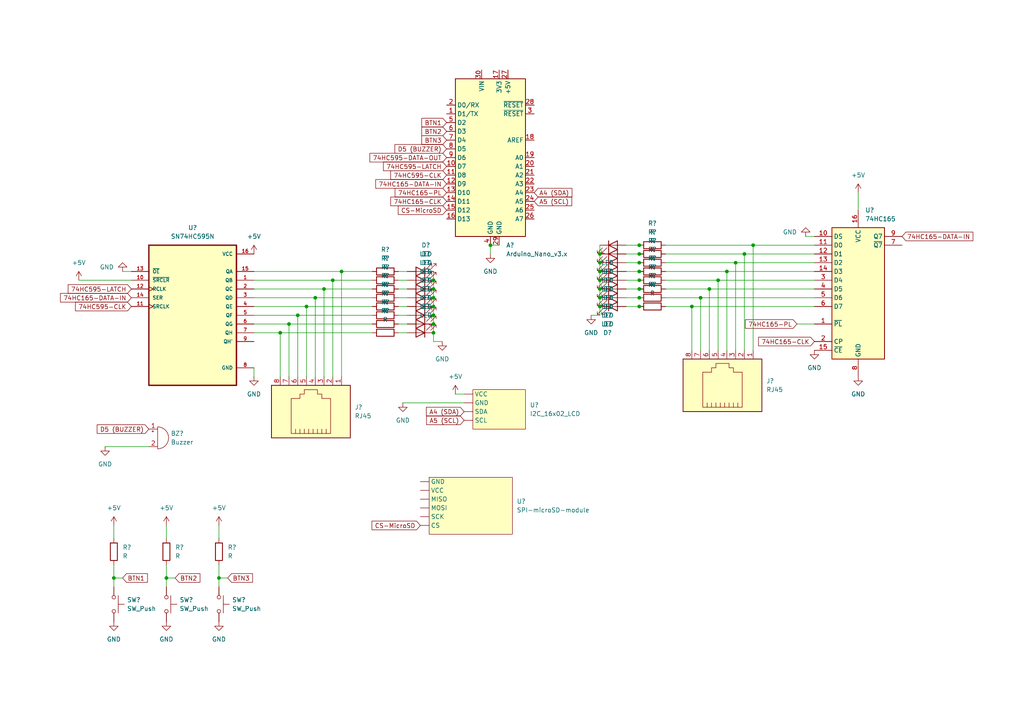
<source format=kicad_sch>
(kicad_sch (version 20211123) (generator eeschema)
  (paper "A4")
  (title_block (title "RJ-45 Tester (by Trifan Bogdan-Cristian)"))
  (lib_symbols
    (symbol "74xx:74HC165"
      (property "Reference" "U" (at -7.62 19.05 0))
      (property "Value" "74HC165" (at -7.62 -21.59 0))
      (symbol "74HC165_1_0"
        (pin input line (at -12.7 -10.16 0) (length 5.08) (name "~{PL}") (number "1"))
        (pin input line (at -12.7 15.24 0) (length 5.08) (name "DS") (number "10"))
        (pin input line (at -12.7 12.7 0) (length 5.08) (name "D0") (number "11"))
        (pin input line (at -12.7 10.16 0) (length 5.08) (name "D1") (number "12"))
        (pin input line (at -12.7 7.62 0) (length 5.08) (name "D2") (number "13"))
        (pin input line (at -12.7 5.08 0) (length 5.08) (name "D3") (number "14"))
        (pin input line (at -12.7 -17.78 0) (length 5.08) (name "~{CE}") (number "15"))
        (pin power_in line (at 0 22.86 270) (length 5.08) (name "VCC") (number "16"))
        (pin input line (at -12.7 -15.24 0) (length 5.08) (name "CP") (number "2"))
        (pin input line (at -12.7 2.54 0) (length 5.08) (name "D4") (number "3"))
        (pin input line (at -12.7 0 0) (length 5.08) (name "D5") (number "4"))
        (pin input line (at -12.7 -2.54 0) (length 5.08) (name "D6") (number "5"))
        (pin input line (at -12.7 -5.08 0) (length 5.08) (name "D7") (number "6"))
        (pin output line (at 12.7 12.7 180) (length 5.08) (name "~{Q7}") (number "7"))
        (pin power_in line (at 0 -25.4 90) (length 5.08) (name "GND") (number "8"))
        (pin output line (at 12.7 15.24 180) (length 5.08) (name "Q7") (number "9"))
      )
      (symbol "74HC165_1_1"
        (rectangle (start -7.62 17.78) (end 7.62 -20.32) (stroke (width 0.254)) (fill (type background)))
      )
    )
    (symbol "Connector:RJ45" (pin_names (offset 1.016))
      (property "Reference" "J" (at -5.08 13.97 0))
      (property "Value" "RJ45" (at 2.54 13.97 0))
      (symbol "RJ45_0_1"
        (polyline (pts (xy -5.08 4.445) (xy -6.35 4.445)))
        (polyline (pts (xy -5.08 5.715) (xy -6.35 5.715)))
        (polyline (pts (xy -6.35 -3.175) (xy -5.08 -3.175) (xy -5.08 -3.175)))
        (polyline (pts (xy -6.35 -1.905) (xy -5.08 -1.905) (xy -5.08 -1.905)))
        (polyline (pts (xy -6.35 -0.635) (xy -5.08 -0.635) (xy -5.08 -0.635)))
        (polyline (pts (xy -6.35 0.635) (xy -5.08 0.635) (xy -5.08 0.635)))
        (polyline (pts (xy -6.35 1.905) (xy -5.08 1.905) (xy -5.08 1.905)))
        (polyline (pts (xy -5.08 3.175) (xy -6.35 3.175) (xy -6.35 3.175)))
        (polyline (pts (xy -6.35 -4.445) (xy -6.35 6.985) (xy 3.81 6.985) (xy 3.81 4.445) (xy 5.08 4.445) (xy 5.08 3.175) (xy 6.35 3.175) (xy 6.35 -0.635) (xy 5.08 -0.635) (xy 5.08 -1.905) (xy 3.81 -1.905) (xy 3.81 -4.445) (xy -6.35 -4.445) (xy -6.35 -4.445)))
        (rectangle (start 7.62 12.7) (end -7.62 -10.16) (stroke (width 0.254)) (fill (type background)))
      )
      (symbol "RJ45_1_1"
        (pin passive line (at 10.16 -7.62 180) (length 2.54) (name "~") (number "1"))
        (pin passive line (at 10.16 -5.08 180) (length 2.54) (name "~") (number "2"))
        (pin passive line (at 10.16 -2.54 180) (length 2.54) (name "~") (number "3"))
        (pin passive line (at 10.16 0 180) (length 2.54) (name "~") (number "4"))
        (pin passive line (at 10.16 2.54 180) (length 2.54) (name "~") (number "5"))
        (pin passive line (at 10.16 5.08 180) (length 2.54) (name "~") (number "6"))
        (pin passive line (at 10.16 7.62 180) (length 2.54) (name "~") (number "7"))
        (pin passive line (at 10.16 10.16 180) (length 2.54) (name "~") (number "8"))
      )
    )
    (symbol "Device:Buzzer" (pin_names (offset 0.0254) hide)
      (property "Reference" "BZ" (at 3.81 1.27 0))
      (property "Value" "Buzzer" (at 3.81 -1.27 0))
      (symbol "Buzzer_0_1"
        (arc (start 0 -3.175) (mid 3.175 0) (end 0 3.175))
        (polyline (pts (xy -1.651 1.905) (xy -1.143 1.905)))
        (polyline (pts (xy -1.397 2.159) (xy -1.397 1.651)))
        (polyline (pts (xy 0 3.175) (xy 0 -3.175)))
      )
      (symbol "Buzzer_1_1"
        (pin passive line (at -2.54 2.54 0) (length 2.54) (name "-") (number "1"))
        (pin passive line (at -2.54 -2.54 0) (length 2.54) (name "+") (number "2"))
      )
    )
    (symbol "Device:LED" (pin_numbers hide) (pin_names (offset 1.016) hide)
      (property "Reference" "D" (at 0 2.54 0))
      (property "Value" "LED" (at 0 -2.54 0))
      (symbol "LED_0_1"
        (polyline (pts (xy -1.27 -1.27) (xy -1.27 1.27)) (stroke (width 0.254)))
        (polyline (pts (xy -1.27 0) (xy 1.27 0)))
        (polyline (pts (xy 1.27 -1.27) (xy 1.27 1.27) (xy -1.27 0) (xy 1.27 -1.27)) (stroke (width 0.254)))
        (polyline (pts (xy -3.048 -0.762) (xy -4.572 -2.286) (xy -3.81 -2.286) (xy -4.572 -2.286) (xy -4.572 -1.524)))
        (polyline (pts (xy -1.778 -0.762) (xy -3.302 -2.286) (xy -2.54 -2.286) (xy -3.302 -2.286) (xy -3.302 -1.524)))
      )
      (symbol "LED_1_1"
        (pin passive line (at -3.81 0 0) (length 2.54) (name "K") (number "1"))
        (pin passive line (at 3.81 0 180) (length 2.54) (name "A") (number "2"))
      )
    )
    (symbol "Device:R" (pin_numbers hide) (pin_names (offset 0))
      (property "Reference" "R" (at 2.032 0 90))
      (property "Value" "R" (at 0 0 90))
      (symbol "R_0_1"
        (rectangle (start -1.016 -2.54) (end 1.016 2.54) (stroke (width 0.254)))
      )
      (symbol "R_1_1"
        (pin passive line (at 0 3.81 270) (length 1.27) (name "~") (number "1"))
        (pin passive line (at 0 -3.81 90) (length 1.27) (name "~") (number "2"))
      )
    )
    (symbol "MCU_Module:Arduino_Nano_v3.x"
      (property "Reference" "A" (at -10.16 23.495 0))
      (property "Value" "Arduino_Nano_v3.x" (at 5.08 -24.13 0))
      (symbol "Arduino_Nano_v3.x_0_1"
        (rectangle (start -10.16 22.86) (end 10.16 -22.86) (stroke (width 0.254)) (fill (type background)))
      )
      (symbol "Arduino_Nano_v3.x_1_1"
        (pin bidirectional line (at -12.7 12.7 0) (length 2.54) (name "D1/TX") (number "1"))
        (pin bidirectional line (at -12.7 -2.54 0) (length 2.54) (name "D7") (number "10"))
        (pin bidirectional line (at -12.7 -5.08 0) (length 2.54) (name "D8") (number "11"))
        (pin bidirectional line (at -12.7 -7.62 0) (length 2.54) (name "D9") (number "12"))
        (pin bidirectional line (at -12.7 -10.16 0) (length 2.54) (name "D10") (number "13"))
        (pin bidirectional line (at -12.7 -12.7 0) (length 2.54) (name "D11") (number "14"))
        (pin bidirectional line (at -12.7 -15.24 0) (length 2.54) (name "D12") (number "15"))
        (pin bidirectional line (at -12.7 -17.78 0) (length 2.54) (name "D13") (number "16"))
        (pin power_out line (at 2.54 25.4 270) (length 2.54) (name "3V3") (number "17"))
        (pin input line (at 12.7 5.08 180) (length 2.54) (name "AREF") (number "18"))
        (pin bidirectional line (at 12.7 0 180) (length 2.54) (name "A0") (number "19"))
        (pin bidirectional line (at -12.7 15.24 0) (length 2.54) (name "D0/RX") (number "2"))
        (pin bidirectional line (at 12.7 -2.54 180) (length 2.54) (name "A1") (number "20"))
        (pin bidirectional line (at 12.7 -5.08 180) (length 2.54) (name "A2") (number "21"))
        (pin bidirectional line (at 12.7 -7.62 180) (length 2.54) (name "A3") (number "22"))
        (pin bidirectional line (at 12.7 -10.16 180) (length 2.54) (name "A4") (number "23"))
        (pin bidirectional line (at 12.7 -12.7 180) (length 2.54) (name "A5") (number "24"))
        (pin bidirectional line (at 12.7 -15.24 180) (length 2.54) (name "A6") (number "25"))
        (pin bidirectional line (at 12.7 -17.78 180) (length 2.54) (name "A7") (number "26"))
        (pin power_out line (at 5.08 25.4 270) (length 2.54) (name "+5V") (number "27"))
        (pin input line (at 12.7 15.24 180) (length 2.54) (name "~{RESET}") (number "28"))
        (pin power_in line (at 2.54 -25.4 90) (length 2.54) (name "GND") (number "29"))
        (pin input line (at 12.7 12.7 180) (length 2.54) (name "~{RESET}") (number "3"))
        (pin power_in line (at -2.54 25.4 270) (length 2.54) (name "VIN") (number "30"))
        (pin power_in line (at 0 -25.4 90) (length 2.54) (name "GND") (number "4"))
        (pin bidirectional line (at -12.7 10.16 0) (length 2.54) (name "D2") (number "5"))
        (pin bidirectional line (at -12.7 7.62 0) (length 2.54) (name "D3") (number "6"))
        (pin bidirectional line (at -12.7 5.08 0) (length 2.54) (name "D4") (number "7"))
        (pin bidirectional line (at -12.7 2.54 0) (length 2.54) (name "D5") (number "8"))
        (pin bidirectional line (at -12.7 0 0) (length 2.54) (name "D6") (number "9"))
      )
    )
    (symbol "SN74HC595N:SN74HC595N" (pin_names (offset 1.016))
      (property "Reference" "U" (at -12.7 21.32 0))
      (property "Value" "SN74HC595N" (at -12.7 -24.32 0))
      (symbol "SN74HC595N_0_0"
        (rectangle (start -12.7 -20.32) (end 12.7 20.32) (stroke (width 0.41)) (fill (type background)))
        (pin output line (at 17.78 10.16 180) (length 5.08) (name "QB") (number "1"))
        (pin input line (at -17.78 10.16 0) (length 5.08) (name "~{SRCLR}") (number "10"))
        (pin input clock (at -17.78 2.54 0) (length 5.08) (name "SRCLK") (number "11"))
        (pin input clock (at -17.78 7.62 0) (length 5.08) (name "RCLK") (number "12"))
        (pin input line (at -17.78 12.7 0) (length 5.08) (name "~{OE}") (number "13"))
        (pin input line (at -17.78 5.08 0) (length 5.08) (name "SER") (number "14"))
        (pin output line (at 17.78 12.7 180) (length 5.08) (name "QA") (number "15"))
        (pin power_in line (at 17.78 17.78 180) (length 5.08) (name "VCC") (number "16"))
        (pin output line (at 17.78 7.62 180) (length 5.08) (name "QC") (number "2"))
        (pin output line (at 17.78 5.08 180) (length 5.08) (name "QD") (number "3"))
        (pin output line (at 17.78 2.54 180) (length 5.08) (name "QE") (number "4"))
        (pin output line (at 17.78 0 180) (length 5.08) (name "QF") (number "5"))
        (pin output line (at 17.78 -2.54 180) (length 5.08) (name "QG") (number "6"))
        (pin output line (at 17.78 -5.08 180) (length 5.08) (name "QH") (number "7"))
        (pin power_in line (at 17.78 -15.24 180) (length 5.08) (name "GND") (number "8"))
        (pin output line (at 17.78 -7.62 180) (length 5.08) (name "QH'") (number "9"))
      )
    )
    (symbol "Switch:SW_Push" (pin_numbers hide) (pin_names (offset 1.016) hide)
      (property "Reference" "SW" (at 1.27 2.54 0))
      (property "Value" "SW_Push" (at 0 -1.524 0))
      (symbol "SW_Push_0_1"
        (circle (center -2.032 0) (radius 0.508))
        (polyline (pts (xy 0 1.27) (xy 0 3.048)))
        (polyline (pts (xy 2.54 1.27) (xy -2.54 1.27)))
        (circle (center 2.032 0) (radius 0.508))
        (pin passive line (at -5.08 0 0) (length 2.54) (name "1") (number "1"))
        (pin passive line (at 5.08 0 180) (length 2.54) (name "2") (number "2"))
      )
    )
    (symbol "custom-parts:I2C_16x02_LCD"
      (property "Reference" "U" (at 0 0 0))
      (property "Value" "I2C_16x02_LCD" (at 0 0 0))
      (symbol "I2C_16x02_LCD_0_1"
        (rectangle (start -7.62 -1.27) (end 7.62 -12.7) (fill (type background)))
      )
      (symbol "I2C_16x02_LCD_1_1"
        (pin input line (at -10.16 -5.08 0) (length 2.54) (name "GND") (number ""))
        (pin input line (at -10.16 -10.16 0) (length 2.54) (name "SCL") (number ""))
        (pin input line (at -10.16 -7.62 0) (length 2.54) (name "SDA") (number ""))
        (pin input line (at -10.16 -2.54 0) (length 2.54) (name "VCC") (number ""))
      )
    )
    (symbol "custom-parts:SPI-microSD-module"
      (property "Reference" "U" (at 0 0 0))
      (property "Value" "SPI-microSD-module" (at 0 0 0))
      (symbol "SPI-microSD-module_0_1"
        (rectangle (start -11.43 -1.27) (end 12.7 -17.78) (fill (type background)))
      )
      (symbol "SPI-microSD-module_1_1"
        (pin input line (at -13.97 -15.24 0) (length 2.54) (name "CS") (number ""))
        (pin input line (at -13.97 -2.54 0) (length 2.54) (name "GND") (number ""))
        (pin input line (at -13.97 -7.62 0) (length 2.54) (name "MISO") (number ""))
        (pin input line (at -13.97 -10.16 0) (length 2.54) (name "MOSI") (number ""))
        (pin input line (at -13.97 -12.7 0) (length 2.54) (name "SCK") (number ""))
        (pin input line (at -13.97 -5.08 0) (length 2.54) (name "VCC") (number ""))
      )
    )
    (symbol "power:+5V" (power) (pin_names (offset 0))
      (property "Value" "+5V" (at 0 3.556 0))
      (symbol "+5V_0_1"
        (polyline (pts (xy -0.762 1.27) (xy 0 2.54)))
        (polyline (pts (xy 0 0) (xy 0 2.54)))
        (polyline (pts (xy 0 2.54) (xy 0.762 1.27)))
      )
      (symbol "+5V_1_1"
        (pin power_in line (at 0 0 90) (length 0) hide (name "+5V") (number "1"))
      )
    )
    (symbol "power:GND" (power) (pin_names (offset 0))
      (property "Value" "GND" (at 0 -3.81 0))
      (symbol "GND_0_1"
        (polyline (pts (xy 0 0) (xy 0 -1.27) (xy 1.27 -1.27) (xy 0 -2.54) (xy -1.27 -1.27) (xy 0 -1.27)))
      )
      (symbol "GND_1_1"
        (pin power_in line (at 0 0 270) (length 0) hide (name "GND") (number "1"))
      )
    )
  )
  (junction (at 125.73 93.98))
  (junction (at 208.28 81.28))
  (junction (at 215.9 73.66))
  (junction (at 185.42 73.66))
  (junction (at 173.99 83.82))
  (junction (at 125.73 81.28))
  (junction (at 173.99 88.9))
  (junction (at 83.82 93.98))
  (junction (at 205.74 83.82))
  (junction (at 91.44 86.36))
  (junction (at 185.42 81.28))
  (junction (at 48.26 167.64))
  (junction (at 218.44 71.12))
  (junction (at 185.42 78.74))
  (junction (at 86.36 91.44))
  (junction (at 173.99 81.28))
  (junction (at 99.06 78.74))
  (junction (at 125.73 88.9))
  (junction (at 88.9 88.9))
  (junction (at 210.82 78.74))
  (junction (at 185.42 88.9))
  (junction (at 185.42 86.36))
  (junction (at 125.73 83.82))
  (junction (at 185.42 71.12))
  (junction (at 96.52 81.28))
  (junction (at 185.42 83.82))
  (junction (at 200.66 88.9))
  (junction (at 125.73 86.36))
  (junction (at 142.24 71.12))
  (junction (at 173.99 86.36))
  (junction (at 185.42 76.2))
  (junction (at 173.99 76.2))
  (junction (at 173.99 73.66))
  (junction (at 63.5 167.64))
  (junction (at 173.99 78.74))
  (junction (at 33.02 167.64))
  (junction (at 93.98 83.82))
  (junction (at 125.73 91.44))
  (junction (at 213.36 76.2))
  (junction (at 125.73 96.52))
  (junction (at 81.28 96.52))
  (junction (at 203.2 86.36))
  (wire (pts (xy 181.61 73.66) (xy 185.42 73.66)))
  (wire (pts (xy 30.48 129.54) (xy 43.18 129.54)))
  (wire (pts (xy 115.57 93.98) (xy 118.11 93.98)))
  (wire (pts (xy 115.57 78.74) (xy 118.11 78.74)))
  (wire (pts (xy 48.26 167.64) (xy 48.26 170.18)))
  (wire (pts (xy 132.08 114.3) (xy 134.62 114.3)))
  (wire (pts (xy 215.9 73.66) (xy 236.22 73.66)))
  (wire (pts (xy 193.04 73.66) (xy 215.9 73.66)))
  (wire (pts (xy 144.78 71.12) (xy 142.24 71.12)))
  (wire (pts (xy 73.66 93.98) (xy 83.82 93.98)))
  (wire (pts (xy 93.98 83.82) (xy 107.95 83.82)))
  (wire (pts (xy 185.42 88.9) (xy 186.69 88.9)))
  (wire (pts (xy 181.61 86.36) (xy 185.42 86.36)))
  (wire (pts (xy 93.98 83.82) (xy 93.98 109.22)))
  (wire (pts (xy 173.99 91.44) (xy 171.45 91.44)))
  (wire (pts (xy 203.2 86.36) (xy 203.2 101.6)))
  (wire (pts (xy 215.9 101.6) (xy 215.9 73.66)))
  (wire (pts (xy 115.57 83.82) (xy 118.11 83.82)))
  (wire (pts (xy 115.57 81.28) (xy 118.11 81.28)))
  (wire (pts (xy 81.28 96.52) (xy 81.28 109.22)))
  (wire (pts (xy 125.73 99.06) (xy 128.27 99.06)))
  (wire (pts (xy 236.22 88.9) (xy 200.66 88.9)))
  (wire (pts (xy 236.22 83.82) (xy 205.74 83.82)))
  (wire (pts (xy 115.57 91.44) (xy 118.11 91.44)))
  (wire (pts (xy 33.02 167.64) (xy 35.56 167.64)))
  (wire (pts (xy 86.36 91.44) (xy 107.95 91.44)))
  (wire (pts (xy 33.02 167.64) (xy 33.02 170.18)))
  (wire (pts (xy 173.99 76.2) (xy 173.99 78.74)))
  (wire (pts (xy 208.28 81.28) (xy 208.28 101.6)))
  (wire (pts (xy 33.02 156.21) (xy 33.02 152.4)))
  (wire (pts (xy 99.06 78.74) (xy 107.95 78.74)))
  (wire (pts (xy 125.73 78.74) (xy 125.73 81.28)))
  (wire (pts (xy 96.52 81.28) (xy 96.52 109.22)))
  (wire (pts (xy 185.42 76.2) (xy 186.69 76.2)))
  (wire (pts (xy 236.22 76.2) (xy 213.36 76.2)))
  (wire (pts (xy 125.73 81.28) (xy 125.73 83.82)))
  (wire (pts (xy 116.84 116.84) (xy 134.62 116.84)))
  (wire (pts (xy 83.82 93.98) (xy 107.95 93.98)))
  (wire (pts (xy 210.82 78.74) (xy 236.22 78.74)))
  (wire (pts (xy 173.99 88.9) (xy 173.99 91.44)))
  (wire (pts (xy 233.68 68.58) (xy 236.22 68.58)))
  (wire (pts (xy 115.57 88.9) (xy 118.11 88.9)))
  (wire (pts (xy 231.14 93.98) (xy 236.22 93.98)))
  (wire (pts (xy 73.66 81.28) (xy 96.52 81.28)))
  (wire (pts (xy 181.61 88.9) (xy 185.42 88.9)))
  (wire (pts (xy 181.61 83.82) (xy 185.42 83.82)))
  (wire (pts (xy 48.26 163.83) (xy 48.26 167.64)))
  (wire (pts (xy 248.92 55.88) (xy 248.92 60.96)))
  (wire (pts (xy 205.74 83.82) (xy 193.04 83.82)))
  (wire (pts (xy 213.36 76.2) (xy 213.36 101.6)))
  (wire (pts (xy 185.42 86.36) (xy 186.69 86.36)))
  (wire (pts (xy 73.66 109.22) (xy 73.66 106.68)))
  (wire (pts (xy 63.5 163.83) (xy 63.5 167.64)))
  (wire (pts (xy 173.99 73.66) (xy 173.99 76.2)))
  (wire (pts (xy 185.42 78.74) (xy 186.69 78.74)))
  (wire (pts (xy 81.28 96.52) (xy 107.95 96.52)))
  (wire (pts (xy 181.61 71.12) (xy 185.42 71.12)))
  (wire (pts (xy 91.44 86.36) (xy 91.44 109.22)))
  (wire (pts (xy 181.61 81.28) (xy 185.42 81.28)))
  (wire (pts (xy 115.57 86.36) (xy 118.11 86.36)))
  (wire (pts (xy 203.2 86.36) (xy 236.22 86.36)))
  (wire (pts (xy 173.99 86.36) (xy 173.99 88.9)))
  (wire (pts (xy 88.9 88.9) (xy 107.95 88.9)))
  (wire (pts (xy 213.36 76.2) (xy 193.04 76.2)))
  (wire (pts (xy 218.44 71.12) (xy 193.04 71.12)))
  (wire (pts (xy 73.66 83.82) (xy 93.98 83.82)))
  (wire (pts (xy 185.42 71.12) (xy 186.69 71.12)))
  (wire (pts (xy 73.66 88.9) (xy 88.9 88.9)))
  (wire (pts (xy 173.99 78.74) (xy 173.99 81.28)))
  (wire (pts (xy 99.06 78.74) (xy 99.06 109.22)))
  (wire (pts (xy 185.42 73.66) (xy 186.69 73.66)))
  (wire (pts (xy 200.66 88.9) (xy 200.66 101.6)))
  (wire (pts (xy 193.04 86.36) (xy 203.2 86.36)))
  (wire (pts (xy 185.42 81.28) (xy 186.69 81.28)))
  (wire (pts (xy 48.26 167.64) (xy 50.8 167.64)))
  (wire (pts (xy 218.44 71.12) (xy 218.44 101.6)))
  (wire (pts (xy 63.5 167.64) (xy 66.04 167.64)))
  (wire (pts (xy 63.5 156.21) (xy 63.5 152.4)))
  (wire (pts (xy 22.86 81.28) (xy 38.1 81.28)))
  (wire (pts (xy 115.57 96.52) (xy 118.11 96.52)))
  (wire (pts (xy 181.61 78.74) (xy 185.42 78.74)))
  (wire (pts (xy 63.5 167.64) (xy 63.5 170.18)))
  (wire (pts (xy 91.44 86.36) (xy 107.95 86.36)))
  (wire (pts (xy 208.28 81.28) (xy 193.04 81.28)))
  (wire (pts (xy 88.9 88.9) (xy 88.9 109.22)))
  (wire (pts (xy 125.73 83.82) (xy 125.73 86.36)))
  (wire (pts (xy 125.73 93.98) (xy 125.73 96.52)))
  (wire (pts (xy 236.22 81.28) (xy 208.28 81.28)))
  (wire (pts (xy 210.82 101.6) (xy 210.82 78.74)))
  (wire (pts (xy 86.36 91.44) (xy 86.36 109.22)))
  (wire (pts (xy 193.04 78.74) (xy 210.82 78.74)))
  (wire (pts (xy 125.73 91.44) (xy 125.73 93.98)))
  (wire (pts (xy 73.66 78.74) (xy 99.06 78.74)))
  (wire (pts (xy 205.74 83.82) (xy 205.74 101.6)))
  (wire (pts (xy 142.24 71.12) (xy 142.24 73.66)))
  (wire (pts (xy 173.99 83.82) (xy 173.99 86.36)))
  (wire (pts (xy 96.52 81.28) (xy 107.95 81.28)))
  (wire (pts (xy 48.26 156.21) (xy 48.26 152.4)))
  (wire (pts (xy 73.66 91.44) (xy 86.36 91.44)))
  (wire (pts (xy 125.73 86.36) (xy 125.73 88.9)))
  (wire (pts (xy 200.66 88.9) (xy 193.04 88.9)))
  (wire (pts (xy 185.42 83.82) (xy 186.69 83.82)))
  (wire (pts (xy 83.82 93.98) (xy 83.82 109.22)))
  (wire (pts (xy 33.02 163.83) (xy 33.02 167.64)))
  (wire (pts (xy 125.73 96.52) (xy 125.73 99.06)))
  (wire (pts (xy 73.66 86.36) (xy 91.44 86.36)))
  (wire (pts (xy 73.66 96.52) (xy 81.28 96.52)))
  (wire (pts (xy 173.99 71.12) (xy 173.99 73.66)))
  (wire (pts (xy 125.73 88.9) (xy 125.73 91.44)))
  (wire (pts (xy 173.99 81.28) (xy 173.99 83.82)))
  (wire (pts (xy 181.61 76.2) (xy 185.42 76.2)))
  (wire (pts (xy 35.56 78.74) (xy 38.1 78.74)))
  (wire (pts (xy 236.22 71.12) (xy 218.44 71.12)))
  (global_label "CS-MicroSD" (shape input) (at 129.54 60.96 180) (property "Intersheet References" "${INTERSHEET_REFS}" (effects hide)))
  (global_label "74HC165-DATA-IN" (shape input) (at 129.54 53.34 180) (property "Intersheet References" "${INTERSHEET_REFS}" (effects hide)))
  (global_label "74HC165-PL" (shape input) (at 129.54 55.88 180) (property "Intersheet References" "${INTERSHEET_REFS}" (effects hide)))
  (global_label "BTN1" (shape input) (at 129.54 35.56 180) (property "Intersheet References" "${INTERSHEET_REFS}" (effects hide)))
  (global_label "74HC165-CLK" (shape input) (at 129.54 58.42 180) (property "Intersheet References" "${INTERSHEET_REFS}" (effects hide)))
  (global_label "A5 (SCL)" (shape input) (at 154.94 58.42 0) (property "Intersheet References" "${INTERSHEET_REFS}" (effects hide)))
  (global_label "74HC595-CLK" (shape input) (at 129.54 50.8 180) (property "Intersheet References" "${INTERSHEET_REFS}" (effects hide)))
  (global_label "74HC165-DATA-IN" (shape input) (at 261.62 68.58 0) (property "Intersheet References" "${INTERSHEET_REFS}" (effects hide)))
  (global_label "BTN3" (shape input) (at 129.54 40.64 180) (property "Intersheet References" "${INTERSHEET_REFS}" (effects hide)))
  (global_label "BTN2" (shape input) (at 50.8 167.64 0) (property "Intersheet References" "${INTERSHEET_REFS}" (effects hide)))
  (global_label "A5 (SCL)" (shape input) (at 134.62 121.92 180) (property "Intersheet References" "${INTERSHEET_REFS}" (effects hide)))
  (global_label "BTN1" (shape input) (at 35.56 167.64 0) (property "Intersheet References" "${INTERSHEET_REFS}" (effects hide)))
  (global_label "74HC595-CLK" (shape input) (at 38.1 88.9 180) (property "Intersheet References" "${INTERSHEET_REFS}" (effects hide)))
  (global_label "74HC595-LATCH" (shape input) (at 38.1 83.82 180) (property "Intersheet References" "${INTERSHEET_REFS}" (effects hide)))
  (global_label "BTN3" (shape input) (at 66.04 167.64 0) (property "Intersheet References" "${INTERSHEET_REFS}" (effects hide)))
  (global_label "74HC595-DATA-OUT" (shape input) (at 129.54 45.72 180) (property "Intersheet References" "${INTERSHEET_REFS}" (effects hide)))
  (global_label "BTN2" (shape input) (at 129.54 38.1 180) (property "Intersheet References" "${INTERSHEET_REFS}" (effects hide)))
  (global_label "74HC165-DATA-IN" (shape input) (at 38.1 86.36 180) (property "Intersheet References" "${INTERSHEET_REFS}" (effects hide)))
  (global_label "74HC165-PL" (shape input) (at 231.14 93.98 180) (property "Intersheet References" "${INTERSHEET_REFS}" (effects hide)))
  (global_label "74HC595-LATCH" (shape input) (at 129.54 48.26 180) (property "Intersheet References" "${INTERSHEET_REFS}" (effects hide)))
  (global_label "A4 (SDA)" (shape input) (at 154.94 55.88 0) (property "Intersheet References" "${INTERSHEET_REFS}" (effects hide)))
  (global_label "D5 (BUZZER)" (shape input) (at 43.18 124.46 180) (property "Intersheet References" "${INTERSHEET_REFS}" (effects hide)))
  (global_label "CS-MicroSD" (shape input) (at 121.92 152.4 180) (property "Intersheet References" "${INTERSHEET_REFS}" (effects hide)))
  (global_label "74HC165-CLK" (shape input) (at 236.22 99.06 180) (property "Intersheet References" "${INTERSHEET_REFS}" (effects hide)))
  (global_label "D5 (BUZZER)" (shape input) (at 129.54 43.18 180) (property "Intersheet References" "${INTERSHEET_REFS}" (effects hide)))
  (global_label "A4 (SDA)" (shape input) (at 134.62 119.38 180) (property "Intersheet References" "${INTERSHEET_REFS}" (effects hide)))
  (symbol (lib_id "Device:LED") (at 121.92 83.82 180) (unit 1)
    (property "Reference" "D?" (at 123.5075 76.2 0))
    (property "Value" "LED" (at 123.5075 78.74 0))
  )
  (symbol (lib_id "power:GND") (at 48.26 180.34 0) (unit 1)
    (property "Reference" "#PWR?" (effects hide))
    (property "Value" "GND" (at 48.26 185.42 0))
  )
  (symbol (lib_id "power:GND") (at 142.24 73.66 0) (unit 1)
    (property "Reference" "#PWR?" (effects hide))
    (property "Value" "GND" (at 142.24 78.74 0))
  )
  (symbol (lib_id "SN74HC595N:SN74HC595N") (at 55.88 91.44 0) (unit 1)
    (property "Reference" "U?" (at 55.88 66.04 0))
    (property "Value" "SN74HC595N" (at 55.88 68.58 0))
    (property "Footprint" "SN74HC595N:DIP794W45P254L1969H508Q16" (effects hide))
    (property "MF" "Texas Instruments" (effects hide))
    (property "Description" "\n                        \n                            8-bit shift registers with 3-state output registers\n                        \n" (effects hide))
    (property "Package" "PDIP-16 Texas Instruments" (effects hide))
    (property "Price" "None" (effects hide))
    (property "SnapEDA_Link" "https://www.snapeda.com/parts/SN74HC595N/Texas+Instruments/view-part/?ref=snap" (effects hide))
    (property "MP" "SN74HC595N" (effects hide))
    (property "Availability" "In Stock" (effects hide))
    (property "Check_prices" "https://www.snapeda.com/parts/SN74HC595N/Texas+Instruments/view-part/?ref=eda" (effects hide))
  )
  (symbol (lib_id "Device:R") (at 189.23 71.12 270) (unit 1)
    (property "Reference" "R?" (at 189.23 64.77 90))
    (property "Value" "R" (at 189.23 67.31 90))
  )
  (symbol (lib_id "power:GND") (at 128.27 99.06 0) (unit 1)
    (property "Reference" "#PWR?" (effects hide))
    (property "Value" "GND" (at 128.27 104.14 0))
  )
  (symbol (lib_id "power:GND") (at 33.02 180.34 0) (unit 1)
    (property "Reference" "#PWR?" (effects hide))
    (property "Value" "GND" (at 33.02 185.42 0))
  )
  (symbol (lib_id "power:+5V") (at 73.66 73.66 0) (unit 1)
    (property "Reference" "#PWR?" (effects hide))
    (property "Value" "+5V" (at 73.66 68.58 0))
  )
  (symbol (lib_id "Device:LED") (at 177.8 73.66 0) (unit 1)
    (property "Reference" "D?" (at 176.2125 81.28 0))
    (property "Value" "LED" (at 176.2125 78.74 0))
  )
  (symbol (lib_id "power:+5V") (at 63.5 152.4 0) (unit 1)
    (property "Reference" "#PWR?" (effects hide))
    (property "Value" "+5V" (at 63.5 147.32 0))
  )
  (symbol (lib_id "Device:R") (at 189.23 83.82 270) (unit 1)
    (property "Reference" "R?" (at 189.23 77.47 90))
    (property "Value" "R" (at 189.23 80.01 90))
  )
  (symbol (lib_id "Device:LED") (at 121.92 91.44 180) (unit 1)
    (property "Reference" "D?" (at 123.5075 83.82 0))
    (property "Value" "LED" (at 123.5075 86.36 0))
  )
  (symbol (lib_id "power:GND") (at 116.84 116.84 0) (unit 1)
    (property "Reference" "#PWR?" (effects hide))
    (property "Value" "GND" (at 116.84 121.92 0))
  )
  (symbol (lib_id "MCU_Module:Arduino_Nano_v3.x") (at 142.24 45.72 0) (unit 1)
    (property "Reference" "A?" (at 146.7994 71.12 0) (effects (justify left)))
    (property "Value" "Arduino_Nano_v3.x" (at 146.7994 73.66 0) (effects (justify left)))
    (property "Footprint" "Module:Arduino_Nano" (effects hide))
    (property "Datasheet" "http://www.mouser.com/pdfdocs/Gravitech_Arduino_Nano3_0.pdf" (effects hide))
  )
  (symbol (lib_id "power:GND") (at 248.92 109.22 0) (unit 1)
    (property "Reference" "#PWR?" (effects hide))
    (property "Value" "GND" (at 248.92 114.3 0))
  )
  (symbol (lib_id "power:+5V") (at 33.02 152.4 0) (unit 1)
    (property "Reference" "#PWR?" (effects hide))
    (property "Value" "+5V" (at 33.02 147.32 0))
  )
  (symbol (lib_id "Device:LED") (at 121.92 96.52 180) (unit 1)
    (property "Reference" "D?" (at 123.5075 88.9 0))
    (property "Value" "LED" (at 123.5075 91.44 0))
  )
  (symbol (lib_id "Device:R") (at 189.23 86.36 270) (unit 1)
    (property "Reference" "R?" (at 189.23 80.01 90))
    (property "Value" "R" (at 189.23 82.55 90))
  )
  (symbol (lib_id "power:+5V") (at 22.86 81.28 0) (unit 1)
    (property "Reference" "#PWR?" (effects hide))
    (property "Value" "+5V" (at 22.86 76.2 0))
  )
  (symbol (lib_id "Device:R") (at 48.26 160.02 0) (unit 1)
    (property "Reference" "R?" (at 50.8 158.7499 0) (effects (justify left)))
    (property "Value" "R" (at 50.8 161.2899 0) (effects (justify left)))
  )
  (symbol (lib_id "Device:R") (at 111.76 96.52 270) (unit 1)
    (property "Reference" "R?" (at 111.76 90.17 90))
    (property "Value" "R" (at 111.76 92.71 90))
  )
  (symbol (lib_id "Device:LED") (at 121.92 93.98 180) (unit 1)
    (property "Reference" "D?" (at 123.5075 86.36 0))
    (property "Value" "LED" (at 123.5075 88.9 0))
  )
  (symbol (lib_id "Switch:SW_Push") (at 48.26 175.26 270) (unit 1)
    (property "Reference" "SW?" (at 52.07 173.9899 90) (effects (justify left)))
    (property "Value" "SW_Push" (at 52.07 176.5299 90) (effects (justify left)))
  )
  (symbol (lib_id "Switch:SW_Push") (at 63.5 175.26 270) (unit 1)
    (property "Reference" "SW?" (at 67.31 173.9899 90) (effects (justify left)))
    (property "Value" "SW_Push" (at 67.31 176.5299 90) (effects (justify left)))
  )
  (symbol (lib_id "Device:LED") (at 177.8 71.12 0) (unit 1)
    (property "Reference" "D?" (at 176.2125 78.74 0))
    (property "Value" "LED" (at 176.2125 76.2 0))
  )
  (symbol (lib_id "power:+5V") (at 48.26 152.4 0) (unit 1)
    (property "Reference" "#PWR?" (effects hide))
    (property "Value" "+5V" (at 48.26 147.32 0))
  )
  (symbol (lib_id "Device:R") (at 111.76 86.36 270) (unit 1)
    (property "Reference" "R?" (at 111.76 80.01 90))
    (property "Value" "R" (at 111.76 82.55 90))
  )
  (symbol (lib_id "Device:Buzzer") (at 45.72 127 0) (unit 1)
    (property "Reference" "BZ?" (at 49.53 125.7299 0) (effects (justify left)))
    (property "Value" "Buzzer" (at 49.53 128.2699 0) (effects (justify left)))
  )
  (symbol (lib_id "Device:R") (at 111.76 78.74 270) (unit 1)
    (property "Reference" "R?" (at 111.76 72.39 90))
    (property "Value" "R" (at 111.76 74.93 90))
  )
  (symbol (lib_id "power:GND") (at 171.45 91.44 0) (unit 1)
    (property "Reference" "#PWR?" (effects hide))
    (property "Value" "GND" (at 171.45 96.52 0))
  )
  (symbol (lib_id "Connector:RJ45") (at 91.44 119.38 90) (unit 1)
    (property "Reference" "J?" (at 102.87 118.1099 90) (effects (justify right)))
    (property "Value" "RJ45" (at 102.87 120.6499 90) (effects (justify right)))
  )
  (symbol (lib_id "Device:R") (at 189.23 73.66 270) (unit 1)
    (property "Reference" "R?" (at 189.23 67.31 90))
    (property "Value" "R" (at 189.23 69.85 90))
  )
  (symbol (lib_id "Device:LED") (at 177.8 88.9 0) (unit 1)
    (property "Reference" "D?" (at 176.2125 96.52 0))
    (property "Value" "LED" (at 176.2125 93.98 0))
  )
  (symbol (lib_id "Connector:RJ45") (at 210.82 111.76 90) (unit 1)
    (property "Reference" "J?" (at 222.25 110.4899 90) (effects (justify right)))
    (property "Value" "RJ45" (at 222.25 113.0299 90) (effects (justify right)))
  )
  (symbol (lib_id "Device:LED") (at 177.8 86.36 0) (unit 1)
    (property "Reference" "D?" (at 176.2125 93.98 0))
    (property "Value" "LED" (at 176.2125 91.44 0))
  )
  (symbol (lib_id "Device:LED") (at 121.92 86.36 180) (unit 1)
    (property "Reference" "D?" (at 123.5075 78.74 0))
    (property "Value" "LED" (at 123.5075 81.28 0))
  )
  (symbol (lib_id "power:GND") (at 30.48 129.54 0) (unit 1)
    (property "Reference" "#PWR?" (effects hide))
    (property "Value" "GND" (at 30.48 134.62 0))
  )
  (symbol (lib_id "Device:R") (at 189.23 76.2 270) (unit 1)
    (property "Reference" "R?" (at 189.23 69.85 90))
    (property "Value" "R" (at 189.23 72.39 90))
  )
  (symbol (lib_id "Device:R") (at 111.76 91.44 270) (unit 1)
    (property "Reference" "R?" (at 111.76 85.09 90))
    (property "Value" "R" (at 111.76 87.63 90))
  )
  (symbol (lib_id "power:+5V") (at 132.08 114.3 0) (unit 1)
    (property "Reference" "#PWR?" (effects hide))
    (property "Value" "+5V" (at 132.08 109.22 0))
  )
  (symbol (lib_id "Device:LED") (at 177.8 78.74 0) (unit 1)
    (property "Reference" "D?" (at 176.2125 86.36 0))
    (property "Value" "LED" (at 176.2125 83.82 0))
  )
  (symbol (lib_id "Device:R") (at 189.23 81.28 270) (unit 1)
    (property "Reference" "R?" (at 189.23 74.93 90))
    (property "Value" "R" (at 189.23 77.47 90))
  )
  (symbol (lib_id "Device:LED") (at 177.8 83.82 0) (unit 1)
    (property "Reference" "D?" (at 176.2125 91.44 0))
    (property "Value" "LED" (at 176.2125 88.9 0))
  )
  (symbol (lib_id "power:GND") (at 236.22 101.6 0) (unit 1)
    (property "Reference" "#PWR?" (effects hide))
    (property "Value" "GND" (at 236.22 106.68 0))
  )
  (symbol (lib_id "Device:LED") (at 177.8 81.28 0) (unit 1)
    (property "Reference" "D?" (at 176.2125 88.9 0))
    (property "Value" "LED" (at 176.2125 86.36 0))
  )
  (symbol (lib_id "power:GND") (at 63.5 180.34 0) (unit 1)
    (property "Reference" "#PWR?" (effects hide))
    (property "Value" "GND" (at 63.5 185.42 0))
  )
  (symbol (lib_id "Device:R") (at 111.76 88.9 270) (unit 1)
    (property "Reference" "R?" (at 111.76 82.55 90))
    (property "Value" "R" (at 111.76 85.09 90))
  )
  (symbol (lib_id "Device:R") (at 33.02 160.02 0) (unit 1)
    (property "Reference" "R?" (at 35.56 158.7499 0) (effects (justify left)))
    (property "Value" "R" (at 35.56 161.2899 0) (effects (justify left)))
  )
  (symbol (lib_id "Device:R") (at 111.76 93.98 270) (unit 1)
    (property "Reference" "R?" (at 111.76 87.63 90))
    (property "Value" "R" (at 111.76 90.17 90))
  )
  (symbol (lib_id "Device:R") (at 189.23 78.74 270) (unit 1)
    (property "Reference" "R?" (at 189.23 72.39 90))
    (property "Value" "R" (at 189.23 74.93 90))
  )
  (symbol (lib_id "Device:R") (at 111.76 83.82 270) (unit 1)
    (property "Reference" "R?" (at 111.76 77.47 90))
    (property "Value" "R" (at 111.76 80.01 90))
  )
  (symbol (lib_id "Device:LED") (at 121.92 88.9 180) (unit 1)
    (property "Reference" "D?" (at 123.5075 81.28 0))
    (property "Value" "LED" (at 123.5075 83.82 0))
  )
  (symbol (lib_id "custom-parts:SPI-microSD-module") (at 135.89 137.16 0) (unit 1)
    (property "Reference" "U?" (at 149.86 145.4149 0) (effects (justify left)))
    (property "Value" "SPI-microSD-module" (at 149.86 147.9549 0) (effects (justify left)))
  )
  (symbol (lib_id "power:GND") (at 35.56 78.74 0) (mirror x) (unit 1)
    (property "Reference" "#PWR?" (effects hide))
    (property "Value" "GND" (at 33.02 77.4699 0) (effects (justify right)))
  )
  (symbol (lib_id "Device:LED") (at 121.92 81.28 180) (unit 1)
    (property "Reference" "D?" (at 123.5075 73.66 0))
    (property "Value" "LED" (at 123.5075 76.2 0))
  )
  (symbol (lib_id "Device:R") (at 63.5 160.02 0) (unit 1)
    (property "Reference" "R?" (at 66.04 158.7499 0) (effects (justify left)))
    (property "Value" "R" (at 66.04 161.2899 0) (effects (justify left)))
  )
  (symbol (lib_id "Device:R") (at 111.76 81.28 270) (unit 1)
    (property "Reference" "R?" (at 111.76 74.93 90))
    (property "Value" "R" (at 111.76 77.47 90))
  )
  (symbol (lib_id "power:GND") (at 73.66 109.22 0) (unit 1)
    (property "Reference" "#PWR?" (effects hide))
    (property "Value" "GND" (at 73.66 114.3 0))
  )
  (symbol (lib_id "Switch:SW_Push") (at 33.02 175.26 270) (unit 1)
    (property "Reference" "SW?" (at 36.83 173.9899 90) (effects (justify left)))
    (property "Value" "SW_Push" (at 36.83 176.5299 90) (effects (justify left)))
  )
  (symbol (lib_id "Device:LED") (at 177.8 76.2 0) (unit 1)
    (property "Reference" "D?" (at 176.2125 83.82 0))
    (property "Value" "LED" (at 176.2125 81.28 0))
  )
  (symbol (lib_id "Device:R") (at 189.23 88.9 270) (unit 1)
    (property "Reference" "R?" (at 189.23 82.55 90))
    (property "Value" "R" (at 189.23 85.09 90))
  )
  (symbol (lib_id "Device:LED") (at 121.92 78.74 180) (unit 1)
    (property "Reference" "D?" (at 123.5075 71.12 0))
    (property "Value" "LED" (at 123.5075 73.66 0))
  )
  (symbol (lib_id "custom-parts:I2C_16x02_LCD") (at 144.78 111.76 0) (unit 1)
    (property "Reference" "U?" (at 153.67 117.4749 0) (effects (justify left)))
    (property "Value" "I2C_16x02_LCD" (at 153.67 120.0149 0) (effects (justify left)))
  )
  (symbol (lib_id "power:+5V") (at 248.92 55.88 0) (unit 1)
    (property "Reference" "#PWR?" (effects hide))
    (property "Value" "+5V" (at 248.92 50.8 0))
  )
  (symbol (lib_id "power:GND") (at 233.68 68.58 0) (mirror x) (unit 1)
    (property "Reference" "#PWR?" (effects hide))
    (property "Value" "GND" (at 231.14 67.3099 0) (effects (justify right)))
  )
  (symbol (lib_id "74xx:74HC165") (at 248.92 83.82 0) (unit 1)
    (property "Reference" "U?" (at 250.9394 60.96 0) (effects (justify left)))
    (property "Value" "74HC165" (at 250.9394 63.5 0) (effects (justify left)))
    (property "Datasheet" "https://assets.nexperia.com/documents/data-sheet/74HC_HCT165.pdf" (effects hide))
  )
)
</source>
